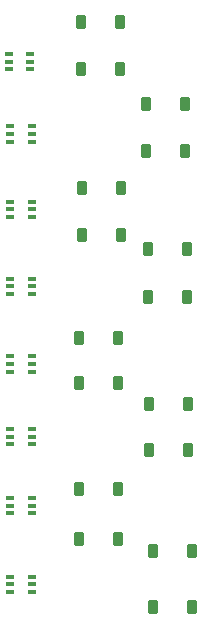
<source format=gbr>
%TF.GenerationSoftware,KiCad,Pcbnew,7.0.6*%
%TF.CreationDate,2023-08-10T10:09:16-04:00*%
%TF.ProjectId,Final_PCB,46696e61-6c5f-4504-9342-2e6b69636164,rev?*%
%TF.SameCoordinates,Original*%
%TF.FileFunction,Paste,Top*%
%TF.FilePolarity,Positive*%
%FSLAX46Y46*%
G04 Gerber Fmt 4.6, Leading zero omitted, Abs format (unit mm)*
G04 Created by KiCad (PCBNEW 7.0.6) date 2023-08-10 10:09:16*
%MOMM*%
%LPD*%
G01*
G04 APERTURE LIST*
G04 Aperture macros list*
%AMRoundRect*
0 Rectangle with rounded corners*
0 $1 Rounding radius*
0 $2 $3 $4 $5 $6 $7 $8 $9 X,Y pos of 4 corners*
0 Add a 4 corners polygon primitive as box body*
4,1,4,$2,$3,$4,$5,$6,$7,$8,$9,$2,$3,0*
0 Add four circle primitives for the rounded corners*
1,1,$1+$1,$2,$3*
1,1,$1+$1,$4,$5*
1,1,$1+$1,$6,$7*
1,1,$1+$1,$8,$9*
0 Add four rect primitives between the rounded corners*
20,1,$1+$1,$2,$3,$4,$5,0*
20,1,$1+$1,$4,$5,$6,$7,0*
20,1,$1+$1,$6,$7,$8,$9,0*
20,1,$1+$1,$8,$9,$2,$3,0*%
G04 Aperture macros list end*
%ADD10RoundRect,0.225000X0.225000X0.375000X-0.225000X0.375000X-0.225000X-0.375000X0.225000X-0.375000X0*%
%ADD11R,0.660000X0.300000*%
G04 APERTURE END LIST*
D10*
%TO.C,D4*%
X124789200Y-91008200D03*
X121489200Y-91008200D03*
%TD*%
%TO.C,D14*%
X119074200Y-123901200D03*
X115774200Y-123901200D03*
%TD*%
%TO.C,D6*%
X119328200Y-98171000D03*
X116028200Y-98171000D03*
%TD*%
%TO.C,D3*%
X124789200Y-87096600D03*
X121489200Y-87096600D03*
%TD*%
D11*
%TO.C,Q7*%
X109920000Y-120406400D03*
X109920000Y-121056400D03*
X109920000Y-121706400D03*
X111760000Y-121706400D03*
X111760000Y-121056400D03*
X111760000Y-120406400D03*
%TD*%
%TO.C,Q3*%
X109920000Y-95336600D03*
X109920000Y-95986600D03*
X109920000Y-96636600D03*
X111760000Y-96636600D03*
X111760000Y-95986600D03*
X111760000Y-95336600D03*
%TD*%
D10*
%TO.C,D7*%
X124890800Y-99314000D03*
X121590800Y-99314000D03*
%TD*%
%TO.C,D12*%
X125043200Y-116382800D03*
X121743200Y-116382800D03*
%TD*%
%TO.C,D5*%
X119328200Y-94183200D03*
X116028200Y-94183200D03*
%TD*%
D11*
%TO.C,Q2*%
X109920000Y-88961200D03*
X109920000Y-89611200D03*
X109920000Y-90261200D03*
X111760000Y-90261200D03*
X111760000Y-89611200D03*
X111760000Y-88961200D03*
%TD*%
D10*
%TO.C,D10*%
X119074200Y-110667800D03*
X115774200Y-110667800D03*
%TD*%
%TO.C,D2*%
X119252000Y-84124800D03*
X115952000Y-84124800D03*
%TD*%
%TO.C,D8*%
X124890800Y-103378000D03*
X121590800Y-103378000D03*
%TD*%
%TO.C,D15*%
X125322600Y-124942600D03*
X122022600Y-124942600D03*
%TD*%
D11*
%TO.C,Q5*%
X109920000Y-108417600D03*
X109920000Y-109067600D03*
X109920000Y-109717600D03*
X111760000Y-109717600D03*
X111760000Y-109067600D03*
X111760000Y-108417600D03*
%TD*%
D10*
%TO.C,D13*%
X119074200Y-119634000D03*
X115774200Y-119634000D03*
%TD*%
D11*
%TO.C,Q4*%
X109920000Y-101839000D03*
X109920000Y-102489000D03*
X109920000Y-103139000D03*
X111760000Y-103139000D03*
X111760000Y-102489000D03*
X111760000Y-101839000D03*
%TD*%
D10*
%TO.C,D9*%
X119074200Y-106908600D03*
X115774200Y-106908600D03*
%TD*%
D11*
%TO.C,Q1*%
X109824000Y-82814400D03*
X109824000Y-83464400D03*
X109824000Y-84114400D03*
X111664000Y-84114400D03*
X111664000Y-83464400D03*
X111664000Y-82814400D03*
%TD*%
%TO.C,Q6*%
X109920000Y-114589800D03*
X109920000Y-115239800D03*
X109920000Y-115889800D03*
X111760000Y-115889800D03*
X111760000Y-115239800D03*
X111760000Y-114589800D03*
%TD*%
D10*
%TO.C,D16*%
X125322600Y-129641600D03*
X122022600Y-129641600D03*
%TD*%
%TO.C,D11*%
X125043200Y-112471200D03*
X121743200Y-112471200D03*
%TD*%
D11*
%TO.C,Q8*%
X109920000Y-127086600D03*
X109920000Y-127736600D03*
X109920000Y-128386600D03*
X111760000Y-128386600D03*
X111760000Y-127736600D03*
X111760000Y-127086600D03*
%TD*%
D10*
%TO.C,D1*%
X119252000Y-80086200D03*
X115952000Y-80086200D03*
%TD*%
M02*

</source>
